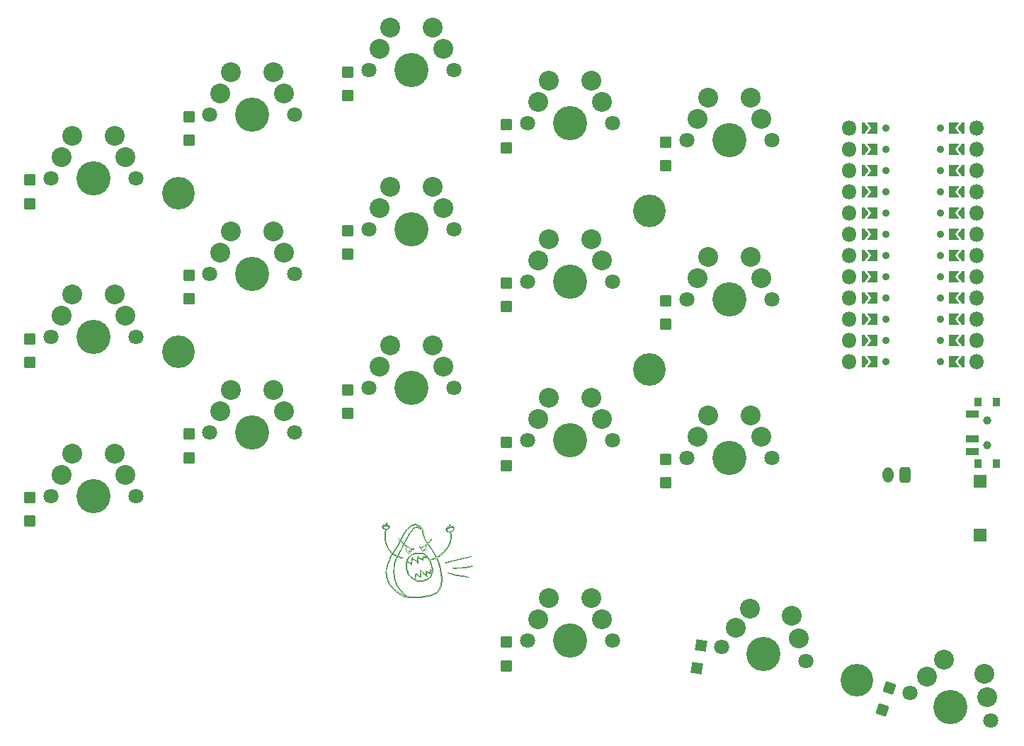
<source format=gbr>
%TF.GenerationSoftware,KiCad,Pcbnew,8.0.3*%
%TF.CreationDate,2024-07-17T09:05:20+02:00*%
%TF.ProjectId,avocado,61766f63-6164-46f2-9e6b-696361645f70,rev?*%
%TF.SameCoordinates,Original*%
%TF.FileFunction,Soldermask,Bot*%
%TF.FilePolarity,Negative*%
%FSLAX46Y46*%
G04 Gerber Fmt 4.6, Leading zero omitted, Abs format (unit mm)*
G04 Created by KiCad (PCBNEW 8.0.3) date 2024-07-17 09:05:20*
%MOMM*%
%LPD*%
G01*
G04 APERTURE LIST*
G04 Aperture macros list*
%AMRoundRect*
0 Rectangle with rounded corners*
0 $1 Rounding radius*
0 $2 $3 $4 $5 $6 $7 $8 $9 X,Y pos of 4 corners*
0 Add a 4 corners polygon primitive as box body*
4,1,4,$2,$3,$4,$5,$6,$7,$8,$9,$2,$3,0*
0 Add four circle primitives for the rounded corners*
1,1,$1+$1,$2,$3*
1,1,$1+$1,$4,$5*
1,1,$1+$1,$6,$7*
1,1,$1+$1,$8,$9*
0 Add four rect primitives between the rounded corners*
20,1,$1+$1,$2,$3,$4,$5,0*
20,1,$1+$1,$4,$5,$6,$7,0*
20,1,$1+$1,$6,$7,$8,$9,0*
20,1,$1+$1,$8,$9,$2,$3,0*%
%AMFreePoly0*
4,1,16,-0.214645,0.660355,-0.210957,0.656235,0.289043,0.031235,0.299694,-0.005522,0.289043,-0.031235,-0.210957,-0.656235,-0.244478,-0.674694,-0.250000,-0.675000,-0.500000,-0.675000,-0.535355,-0.660355,-0.550000,-0.625000,-0.550000,0.625000,-0.535355,0.660355,-0.500000,0.675000,-0.250000,0.675000,-0.214645,0.660355,-0.214645,0.660355,$1*%
%AMFreePoly1*
4,1,16,0.535355,0.660355,0.550000,0.625000,0.550000,-0.625000,0.535355,-0.660355,0.500000,-0.675000,-0.650000,-0.675000,-0.685355,-0.660355,-0.700000,-0.625000,-0.689043,-0.593765,-0.214031,0.000000,-0.689043,0.593765,-0.699694,0.630522,-0.681235,0.664043,-0.650000,0.675000,0.500000,0.675000,0.535355,0.660355,0.535355,0.660355,$1*%
G04 Aperture macros list end*
%ADD10C,0.100000*%
%ADD11RoundRect,0.050000X0.600000X-0.600000X0.600000X0.600000X-0.600000X0.600000X-0.600000X-0.600000X0*%
%ADD12RoundRect,0.050000X0.492743X-0.690800X0.690800X0.492743X-0.492743X0.690800X-0.690800X-0.492743X0*%
%ADD13RoundRect,0.050000X0.371970X-0.762652X0.762652X0.371970X-0.371970X0.762652X-0.762652X-0.371970X0*%
%ADD14C,4.087800*%
%ADD15C,1.801800*%
%ADD16C,2.386000*%
%ADD17O,1.800000X1.800000*%
%ADD18C,0.900000*%
%ADD19FreePoly0,0.000000*%
%ADD20FreePoly1,0.000000*%
%ADD21FreePoly0,180.000000*%
%ADD22FreePoly1,180.000000*%
%ADD23RoundRect,0.270833X0.379167X0.654167X-0.379167X0.654167X-0.379167X-0.654167X0.379167X-0.654167X0*%
%ADD24O,1.300000X1.850000*%
%ADD25C,1.000000*%
%ADD26RoundRect,0.050000X0.750000X-0.350000X0.750000X0.350000X-0.750000X0.350000X-0.750000X-0.350000X0*%
%ADD27RoundRect,0.050000X0.400000X-0.500000X0.400000X0.500000X-0.400000X0.500000X-0.400000X-0.500000X0*%
%ADD28RoundRect,0.050000X0.700000X-0.750000X0.700000X0.750000X-0.700000X0.750000X-0.700000X-0.750000X0*%
%ADD29C,3.900000*%
G04 APERTURE END LIST*
D10*
X62160000Y-79707228D02*
X62160000Y-79807251D01*
X62150959Y-79906165D01*
X62242330Y-79884133D01*
X62335674Y-79907256D01*
X62342135Y-79999644D01*
X62441419Y-79990491D01*
X62520532Y-80044099D01*
X62490292Y-80129707D01*
X62437312Y-80214301D01*
X62382120Y-80297457D01*
X62300050Y-80354127D01*
X62209237Y-80395720D01*
X62111384Y-80414528D01*
X62057737Y-80488600D01*
X62034836Y-80586002D01*
X62011158Y-80683173D01*
X61992264Y-80781362D01*
X61979216Y-80880452D01*
X61971164Y-80980115D01*
X61966674Y-81079966D01*
X61966156Y-81180040D01*
X61967465Y-81279977D01*
X61970167Y-81379891D01*
X61974354Y-81479799D01*
X61980744Y-81579592D01*
X61992256Y-81678970D01*
X62006796Y-81777888D01*
X62025876Y-81875933D01*
X62049496Y-81973091D01*
X62077590Y-82069061D01*
X62110117Y-82163687D01*
X62148054Y-82256108D01*
X62192818Y-82345635D01*
X62237531Y-82435061D01*
X62282210Y-82524420D01*
X62326960Y-82613919D01*
X62371669Y-82703338D01*
X62422713Y-82789223D01*
X62479516Y-82871492D01*
X62541422Y-82950205D01*
X62608026Y-83024647D01*
X62679008Y-83095045D01*
X62753279Y-83161951D01*
X62827638Y-83228874D01*
X62888449Y-83172172D01*
X62948291Y-83092057D01*
X63007212Y-83011253D01*
X63065138Y-82929738D01*
X63122061Y-82847520D01*
X63177976Y-82764609D01*
X63232876Y-82681014D01*
X63288908Y-82598268D01*
X63345300Y-82515560D01*
X63400830Y-82432549D01*
X63450651Y-82345775D01*
X63498168Y-82257686D01*
X63544209Y-82169049D01*
X63589096Y-82079751D01*
X63632740Y-81989741D01*
X63674619Y-81898975D01*
X63714554Y-81807253D01*
X63715321Y-81721795D01*
X63648182Y-81647959D01*
X63580668Y-81574207D01*
X63541818Y-81486991D01*
X63616857Y-81535358D01*
X63680109Y-81612770D01*
X63754117Y-81679704D01*
X63806751Y-81606497D01*
X63851442Y-81517116D01*
X63896238Y-81427524D01*
X63940950Y-81338099D01*
X63988663Y-81250407D01*
X64037233Y-81162980D01*
X64085155Y-81075040D01*
X64133512Y-80987709D01*
X64183195Y-80900868D01*
X64234415Y-80814953D01*
X64287549Y-80730294D01*
X64343133Y-80647109D01*
X64401544Y-80565815D01*
X64462764Y-80486959D01*
X64526933Y-80410144D01*
X64594017Y-80336072D01*
X64666154Y-80266854D01*
X64740036Y-80199519D01*
X64815578Y-80133883D01*
X64892714Y-80070139D01*
X64971579Y-80008948D01*
X65055931Y-79954988D01*
X65143083Y-79905926D01*
X65232771Y-79861957D01*
X65325970Y-79826679D01*
X65424458Y-79811013D01*
X65524494Y-79810003D01*
X65624497Y-79812484D01*
X65723709Y-79823637D01*
X65816770Y-79858944D01*
X65904995Y-79905997D01*
X65992683Y-79953868D01*
X66078198Y-80005844D01*
X66161531Y-80060968D01*
X66242464Y-80119721D01*
X66316407Y-80186897D01*
X66369376Y-80271358D01*
X66411107Y-80362238D01*
X66442354Y-80457044D01*
X66465390Y-80554425D01*
X66486751Y-80652049D01*
X66506692Y-80750050D01*
X66524996Y-80848411D01*
X66541340Y-80947011D01*
X66562099Y-81044788D01*
X66586587Y-81141808D01*
X66614711Y-81237713D01*
X66646476Y-81332525D01*
X66681853Y-81426140D01*
X66720708Y-81518210D01*
X66763043Y-81608760D01*
X66808817Y-81697688D01*
X66857921Y-81784780D01*
X66910300Y-81869944D01*
X66967214Y-81952132D01*
X67026273Y-82032547D01*
X67088955Y-82011045D01*
X67157311Y-81938025D01*
X67223702Y-81863335D01*
X67289770Y-81788275D01*
X67353857Y-81711372D01*
X67417896Y-81634524D01*
X67489517Y-81589084D01*
X67451008Y-81680033D01*
X67391817Y-81760638D01*
X67330888Y-81839846D01*
X67268862Y-81918324D01*
X67205867Y-81995856D01*
X67139527Y-82070473D01*
X67108829Y-82143325D01*
X67169275Y-82223041D01*
X67225915Y-82305474D01*
X67278656Y-82390489D01*
X67332956Y-82474434D01*
X67388374Y-82557562D01*
X67443804Y-82640922D01*
X67499803Y-82723627D01*
X67557476Y-82805394D01*
X67616705Y-82886045D01*
X67672628Y-82968671D01*
X67725033Y-83053704D01*
X67780181Y-83137157D01*
X67833193Y-83221748D01*
X67881812Y-83309261D01*
X67928756Y-83397513D01*
X67973521Y-83487042D01*
X68022492Y-83574153D01*
X68073885Y-83659808D01*
X68135586Y-83704648D01*
X68220310Y-83651621D01*
X68303817Y-83596589D01*
X68386088Y-83539632D01*
X68464387Y-83477686D01*
X68542112Y-83414534D01*
X68624312Y-83358068D01*
X68703161Y-83296606D01*
X68774779Y-83226792D01*
X68841155Y-83152149D01*
X68909098Y-83078670D01*
X68978211Y-83006416D01*
X69047301Y-82934185D01*
X69117062Y-82862613D01*
X69186186Y-82790260D01*
X69252175Y-82715153D01*
X69313424Y-82636029D01*
X69369969Y-82553600D01*
X69423994Y-82469501D01*
X69474786Y-82383298D01*
X69521721Y-82295056D01*
X69564898Y-82204944D01*
X69604313Y-82112956D01*
X69639802Y-82019462D01*
X69671323Y-81924587D01*
X69698835Y-81828459D01*
X69722269Y-81731336D01*
X69741623Y-81633217D01*
X69756857Y-81534226D01*
X69767893Y-81434899D01*
X69772041Y-81335145D01*
X69771665Y-81235047D01*
X69767738Y-81135056D01*
X69760277Y-81035397D01*
X69749286Y-80936033D01*
X69734535Y-80837209D01*
X69718854Y-80738470D01*
X69621109Y-80739611D01*
X69521342Y-80733326D01*
X69422518Y-80717678D01*
X69335273Y-80672219D01*
X69278586Y-80592550D01*
X69269767Y-80493880D01*
X69215227Y-80424089D01*
X69220635Y-80324855D01*
X69296212Y-80269907D01*
X69346450Y-80195949D01*
X69397316Y-80111753D01*
X69472912Y-80148727D01*
X69529650Y-80210117D01*
X69565634Y-80121730D01*
X69576566Y-80022302D01*
X69594371Y-79923986D01*
X69639325Y-79836372D01*
X69733786Y-79830578D01*
X69787576Y-79912117D01*
X69808517Y-80009889D01*
X69833542Y-80076458D01*
X69913893Y-80020950D01*
X69995263Y-80060751D01*
X70052097Y-80103951D01*
X70147987Y-80082078D01*
X70198478Y-80156346D01*
X70166172Y-80250202D01*
X70158397Y-80349617D01*
X70141954Y-80448275D01*
X70085217Y-80528352D01*
X70007266Y-80590839D01*
X69921993Y-80643280D01*
X69833209Y-80689162D01*
X69792457Y-80770502D01*
X69811662Y-80868511D01*
X69827766Y-80967254D01*
X69840868Y-81066309D01*
X69851678Y-81165761D01*
X69859114Y-81265492D01*
X69856605Y-81365379D01*
X69845913Y-81464915D01*
X69832339Y-81563925D01*
X69816766Y-81662627D01*
X69799088Y-81761188D01*
X69777208Y-81858608D01*
X69746235Y-81953605D01*
X69714573Y-82048609D01*
X69681228Y-82142905D01*
X69643800Y-82235502D01*
X69600009Y-82325436D01*
X69552057Y-82413120D01*
X69502369Y-82499999D01*
X69450386Y-82585462D01*
X69395960Y-82669189D01*
X69337911Y-82750787D01*
X69275587Y-82828952D01*
X69208483Y-82902996D01*
X69137018Y-82972965D01*
X69065174Y-83042327D01*
X69000800Y-83118679D01*
X68935903Y-83194710D01*
X68869394Y-83269484D01*
X68799825Y-83341221D01*
X68724449Y-83406728D01*
X68643164Y-83464937D01*
X68561977Y-83523572D01*
X68480989Y-83582064D01*
X68399590Y-83640293D01*
X68317818Y-83697604D01*
X68232788Y-83750241D01*
X68148779Y-83804453D01*
X68183951Y-83886909D01*
X68230463Y-83975313D01*
X68261734Y-84070140D01*
X68293032Y-84164701D01*
X68331847Y-84256886D01*
X68371552Y-84348516D01*
X68408060Y-84441690D01*
X68429683Y-84539062D01*
X68453598Y-84635810D01*
X68480091Y-84732150D01*
X68506623Y-84828630D01*
X68533161Y-84925129D01*
X68555294Y-85022644D01*
X68575870Y-85120382D01*
X68590571Y-85219283D01*
X68608443Y-85317386D01*
X68635117Y-85413839D01*
X68657361Y-85511325D01*
X68675147Y-85609688D01*
X68688448Y-85708778D01*
X68697239Y-85808442D01*
X68707921Y-85907528D01*
X68724392Y-86006355D01*
X68747145Y-86103495D01*
X68759211Y-86202617D01*
X68759974Y-86302635D01*
X68758082Y-86402488D01*
X68753479Y-86502507D01*
X68746111Y-86602159D01*
X68734770Y-86701473D01*
X68715783Y-86799519D01*
X68701637Y-86898543D01*
X68693252Y-86998114D01*
X68677149Y-87096730D01*
X68650372Y-87193196D01*
X68614241Y-87286287D01*
X68571391Y-87376662D01*
X68524374Y-87464897D01*
X68474823Y-87551757D01*
X68426739Y-87639340D01*
X68375061Y-87724989D01*
X68316188Y-87805676D01*
X68250587Y-87881177D01*
X68182926Y-87954990D01*
X68112607Y-88025457D01*
X68025791Y-88075330D01*
X67937650Y-88122421D01*
X67849215Y-88169239D01*
X67763554Y-88220504D01*
X67673224Y-88262854D01*
X67577910Y-88293358D01*
X67481658Y-88320095D01*
X67386508Y-88350433D01*
X67292785Y-88384729D01*
X67193944Y-88398797D01*
X67094702Y-88411373D01*
X66996264Y-88428434D01*
X66899160Y-88452710D01*
X66800564Y-88466919D01*
X66703728Y-88491176D01*
X66605287Y-88509634D01*
X66507400Y-88529190D01*
X66408849Y-88546842D01*
X66309738Y-88559618D01*
X66210125Y-88567525D01*
X66110066Y-88570546D01*
X66010398Y-88574625D01*
X65910920Y-88585053D01*
X65811314Y-88593796D01*
X65711601Y-88600854D01*
X65611653Y-88606234D01*
X65511790Y-88609918D01*
X65411884Y-88611916D01*
X65311807Y-88612226D01*
X65211730Y-88610845D01*
X65111823Y-88607777D01*
X65011960Y-88603021D01*
X64912160Y-88596577D01*
X64812581Y-88587406D01*
X64713868Y-88571990D01*
X64615364Y-88554594D01*
X64517500Y-88534029D01*
X64420564Y-88509406D01*
X64324708Y-88480748D01*
X64229957Y-88448893D01*
X64136041Y-88414735D01*
X64045143Y-88373280D01*
X63956200Y-88327223D01*
X63868670Y-88279121D01*
X63781871Y-88229428D01*
X63695868Y-88178488D01*
X63610522Y-88126278D01*
X63526023Y-88072780D01*
X63442506Y-88017677D01*
X63360645Y-87960469D01*
X63283126Y-87897214D01*
X63207482Y-87831870D01*
X63132915Y-87765290D01*
X63059065Y-87697610D01*
X62986237Y-87629230D01*
X62914210Y-87559834D01*
X62843318Y-87489365D01*
X62773924Y-87417247D01*
X62707675Y-87342421D01*
X62648153Y-87262308D01*
X62587787Y-87182456D01*
X62529910Y-87100834D01*
X62474646Y-87017634D01*
X62421858Y-86932653D01*
X62371751Y-86846216D01*
X62324203Y-86758109D01*
X62282234Y-86667387D01*
X62240703Y-86576538D01*
X62199089Y-86485508D01*
X62158562Y-86394247D01*
X62134287Y-86297146D01*
X62110022Y-86200087D01*
X62090408Y-86102042D01*
X62075276Y-86003433D01*
X62063246Y-85904173D01*
X62048555Y-85805103D01*
X62031291Y-85706787D01*
X62030000Y-85606782D01*
X62030000Y-85506826D01*
X62035411Y-85406991D01*
X62045334Y-85307645D01*
X62059563Y-85208670D01*
X62081316Y-85110953D01*
X62109084Y-85014945D01*
X62138213Y-84919291D01*
X62166944Y-84823520D01*
X62195690Y-84727702D01*
X62221197Y-84631166D01*
X62246493Y-84534301D01*
X62278086Y-84439583D01*
X62317282Y-84347501D01*
X62360132Y-84257203D01*
X62400779Y-84165748D01*
X62436420Y-84072833D01*
X62461523Y-83976059D01*
X62490153Y-83880077D01*
X62525141Y-83786510D01*
X62571895Y-83698275D01*
X62619303Y-83610285D01*
X62668607Y-83523080D01*
X62719559Y-83437099D01*
X62772257Y-83352161D01*
X62765000Y-83275000D01*
X62691609Y-83207131D01*
X62617458Y-83139995D01*
X62546513Y-83069706D01*
X62479333Y-82995454D01*
X62416923Y-82917374D01*
X62359348Y-82835619D01*
X62309589Y-82749178D01*
X62264860Y-82659720D01*
X62220136Y-82570273D01*
X62175390Y-82480780D01*
X62130661Y-82391322D01*
X62089668Y-82300292D01*
X62056775Y-82205912D01*
X62023786Y-82111566D01*
X61990634Y-82017058D01*
X61958497Y-81922484D01*
X61939191Y-81824338D01*
X61925047Y-81725328D01*
X61915531Y-81625970D01*
X61909771Y-81526029D01*
X61905492Y-81426237D01*
X61902678Y-81326193D01*
X61901339Y-81226330D01*
X61901472Y-81126249D01*
X61903080Y-81026172D01*
X61906155Y-80926325D01*
X61911470Y-80826469D01*
X61926653Y-80727587D01*
X61946419Y-80629524D01*
X61970294Y-80532572D01*
X61996555Y-80436112D01*
X61921737Y-80401832D01*
X61826041Y-80373292D01*
X61732186Y-80338787D01*
X61646224Y-80289443D01*
X61624693Y-80194079D01*
X61584541Y-80103420D01*
X61607420Y-80010918D01*
X61701197Y-79996960D01*
X61680319Y-80039936D01*
X61638610Y-80104438D01*
X61708709Y-80067807D01*
X61743524Y-79982226D01*
X61770849Y-79889151D01*
X61854549Y-79850000D01*
X61908879Y-79922268D01*
X61967123Y-79940719D01*
X61986768Y-79847889D01*
X62038898Y-79847889D01*
X62049830Y-79936546D01*
X62106119Y-79891045D01*
X62115935Y-79715199D01*
X62075765Y-79755017D01*
X62038898Y-79847889D01*
X61986768Y-79847889D01*
X61987489Y-79844482D01*
X62022984Y-79751183D01*
X62079941Y-79670044D01*
X62116368Y-79707442D01*
X62120080Y-79640956D01*
X62160000Y-79707228D01*
X69739813Y-79936631D02*
X69757972Y-80034757D01*
X69755407Y-80131312D01*
X69658382Y-80153952D01*
X69610877Y-80109521D01*
X69625232Y-80010532D01*
X69648458Y-79913369D01*
X69739813Y-79936631D01*
X65572601Y-79895461D02*
X65842123Y-79964262D01*
X65932618Y-80006622D01*
X66017141Y-80059749D01*
X66097628Y-80119184D01*
X66176002Y-80181040D01*
X66244946Y-80253385D01*
X66249462Y-80298862D01*
X66163497Y-80247712D01*
X66074602Y-80202314D01*
X65979373Y-80171936D01*
X65880979Y-80154265D01*
X65781333Y-80150000D01*
X65681282Y-80150000D01*
X65582319Y-80159023D01*
X65487374Y-80189944D01*
X65398362Y-80235398D01*
X65317255Y-80293859D01*
X65242257Y-80359820D01*
X65170527Y-80429473D01*
X65103272Y-80503604D01*
X65039143Y-80580392D01*
X64980168Y-80661047D01*
X64924063Y-80743909D01*
X64870879Y-80828594D01*
X64817658Y-80913143D01*
X64761943Y-80996066D01*
X64712543Y-81083070D01*
X64667586Y-81172453D01*
X64620967Y-81260864D01*
X64573331Y-81348684D01*
X64518709Y-81432334D01*
X64462964Y-81514635D01*
X64418841Y-81604283D01*
X64377408Y-81695184D01*
X64332686Y-81784627D01*
X64287294Y-81873707D01*
X64231050Y-81956319D01*
X64180059Y-82042391D01*
X64119497Y-82039497D01*
X64048742Y-81968742D01*
X63978046Y-81898046D01*
X63907241Y-81827241D01*
X63836610Y-81756610D01*
X63854217Y-81671565D01*
X63898989Y-81582023D01*
X63940708Y-81491310D01*
X63984573Y-81401335D01*
X64030477Y-81312557D01*
X64078462Y-81224884D01*
X64128580Y-81138232D01*
X64180603Y-81052840D01*
X64233511Y-80968023D01*
X64287018Y-80883585D01*
X64341122Y-80799529D01*
X64395903Y-80715736D01*
X64451196Y-80632456D01*
X64507671Y-80549957D01*
X64572409Y-80473789D01*
X64641049Y-80401141D01*
X64712030Y-80330492D01*
X64784502Y-80261568D01*
X64858202Y-80194172D01*
X64933277Y-80128109D01*
X65010424Y-80064487D01*
X65095172Y-80011637D01*
X65183402Y-79964594D01*
X65276329Y-79928594D01*
X65373734Y-79906237D01*
X65472726Y-79893195D01*
X65572601Y-79895461D01*
X62138208Y-80015754D02*
X62285389Y-80045480D01*
X62284552Y-80062988D01*
X62364254Y-80122434D01*
X62368866Y-80214551D01*
X62294168Y-80279941D01*
X62206675Y-80328622D01*
X62110355Y-80349756D01*
X62010364Y-80347894D01*
X61912032Y-80330642D01*
X61817164Y-80298817D01*
X61726074Y-80257810D01*
X61703223Y-80177377D01*
X61763207Y-80097840D01*
X61842537Y-80037704D01*
X61939054Y-80012944D01*
X62038717Y-80006299D01*
X62138208Y-80015754D01*
X62467617Y-80082285D02*
X62386484Y-80068127D01*
X62323314Y-80053140D01*
X62467617Y-80082285D01*
X62323314Y-80053140D02*
X62285389Y-80045480D01*
X62285452Y-80044157D01*
X62323314Y-80053140D01*
X62252037Y-79987716D02*
X62207119Y-79946525D01*
X62289912Y-79950964D01*
X62287834Y-79994387D01*
X62303341Y-79997278D01*
X62287524Y-80000855D01*
X62285452Y-80044157D01*
X61870469Y-79945703D01*
X61802749Y-79988625D01*
X61819628Y-79907127D01*
X62252037Y-79987716D01*
X70103439Y-80181706D02*
X69914941Y-80140000D01*
X69872787Y-80113832D01*
X69950586Y-80085878D01*
X70103439Y-80181706D01*
X65773036Y-80208448D02*
X66030207Y-80273330D01*
X66117861Y-80321370D01*
X66195586Y-80383997D01*
X66265135Y-80455821D01*
X66320863Y-80538397D01*
X66354325Y-80632512D01*
X66380188Y-80729100D01*
X66403591Y-80826324D01*
X66426034Y-80923812D01*
X66448037Y-81021258D01*
X66470990Y-81118593D01*
X66499634Y-81214312D01*
X66532847Y-81308733D01*
X66570006Y-81401460D01*
X66611389Y-81492527D01*
X66656138Y-81582033D01*
X66702961Y-81670461D01*
X66751825Y-81757553D01*
X66802875Y-81843569D01*
X66856004Y-81928321D01*
X66911192Y-82011771D01*
X66968314Y-82093742D01*
X66921816Y-82164790D01*
X66846774Y-82231004D01*
X66769440Y-82294441D01*
X66689892Y-82355041D01*
X66608209Y-82412746D01*
X66524613Y-82467406D01*
X66438895Y-82519152D01*
X66345942Y-82554520D01*
X66246194Y-82559983D01*
X66150899Y-82536421D01*
X66089997Y-82466808D01*
X66026001Y-82471021D01*
X66066969Y-82557323D01*
X66152182Y-82608740D01*
X66248595Y-82634649D01*
X66270000Y-82717860D01*
X66278872Y-82817595D01*
X66316037Y-82909332D01*
X66380418Y-82985142D01*
X66477239Y-83004999D01*
X66575096Y-82987948D01*
X66657231Y-82931265D01*
X66733171Y-82866219D01*
X66786830Y-82783113D01*
X66814754Y-82687255D01*
X66829280Y-82588230D01*
X66838304Y-82488660D01*
X66799766Y-82399531D01*
X66852567Y-82333190D01*
X66930229Y-82270231D01*
X67005080Y-82203932D01*
X67078185Y-82243089D01*
X67140134Y-82321607D01*
X67197055Y-82403792D01*
X67250043Y-82488732D01*
X67304472Y-82572476D01*
X67361538Y-82654697D01*
X67420948Y-82734973D01*
X67482571Y-82813857D01*
X67538034Y-82897051D01*
X67594524Y-82979528D01*
X67650054Y-83062668D01*
X67703478Y-83147117D01*
X67754833Y-83232938D01*
X67804034Y-83319989D01*
X67851059Y-83408232D01*
X67895884Y-83497624D01*
X67938490Y-83588125D01*
X67978852Y-83679695D01*
X68016862Y-83772073D01*
X67936460Y-83817231D01*
X67847423Y-83862828D01*
X67755912Y-83903041D01*
X67660592Y-83932822D01*
X67564640Y-83961191D01*
X67467386Y-83983605D01*
X67446848Y-84044679D01*
X67545851Y-84042536D01*
X67644027Y-84022996D01*
X67740181Y-83995572D01*
X67833632Y-83960496D01*
X67924343Y-83918139D01*
X68016279Y-83878738D01*
X68094784Y-83899006D01*
X68144790Y-83985392D01*
X68181426Y-84078358D01*
X68211718Y-84173690D01*
X68244561Y-84268114D01*
X68277429Y-84362608D01*
X68318708Y-84453642D01*
X68341247Y-84550419D01*
X68360575Y-84648462D01*
X68387837Y-84744600D01*
X68417518Y-84840148D01*
X68447669Y-84935470D01*
X68472799Y-85032213D01*
X68488856Y-85130942D01*
X68504165Y-85229714D01*
X68519776Y-85328580D01*
X68545858Y-85424989D01*
X68567910Y-85522574D01*
X68585655Y-85621002D01*
X68599054Y-85720001D01*
X68608108Y-85819556D01*
X68620324Y-85918829D01*
X68635147Y-86017644D01*
X68653169Y-86116010D01*
X68667197Y-86215039D01*
X68670150Y-86314946D01*
X68669143Y-86414940D01*
X68664645Y-86514777D01*
X68656649Y-86614518D01*
X68645170Y-86713920D01*
X68630240Y-86812740D01*
X68611854Y-86911038D01*
X68602882Y-87010411D01*
X68581140Y-87107881D01*
X68548460Y-87202528D01*
X68507966Y-87293843D01*
X68464196Y-87383793D01*
X68416920Y-87471811D01*
X68365669Y-87557675D01*
X68310606Y-87641104D01*
X68251713Y-87722107D01*
X68189388Y-87800146D01*
X68123521Y-87875377D01*
X68055006Y-87948065D01*
X67968145Y-87997045D01*
X67878837Y-88042191D01*
X67790410Y-88088731D01*
X67704919Y-88140260D01*
X67613468Y-88178710D01*
X67516467Y-88201976D01*
X67422424Y-88235563D01*
X67328770Y-88270779D01*
X67231550Y-88293224D01*
X67132487Y-88307034D01*
X67034301Y-88325444D01*
X66935855Y-88343902D01*
X66837628Y-88362062D01*
X66738949Y-88378508D01*
X66640679Y-88396516D01*
X66543032Y-88418215D01*
X66444975Y-88437504D01*
X66345948Y-88451503D01*
X66246280Y-88457733D01*
X66146445Y-88463972D01*
X66046625Y-88470001D01*
X65946508Y-88470906D01*
X65846693Y-88474009D01*
X65746883Y-88480811D01*
X65648450Y-88497734D01*
X65549078Y-88507914D01*
X65449091Y-88509758D01*
X65349083Y-88509996D01*
X65249229Y-88508758D01*
X65149208Y-88506603D01*
X65049196Y-88503936D01*
X64949226Y-88499812D01*
X64849646Y-88491812D01*
X64751261Y-88473844D01*
X64657692Y-88439016D01*
X64568569Y-88393784D01*
X64482823Y-88342393D01*
X64404094Y-88280882D01*
X64331824Y-88211824D01*
X64261070Y-88141070D01*
X64190424Y-88070424D01*
X64119660Y-87999660D01*
X64047982Y-87929969D01*
X63977175Y-87859294D01*
X63908879Y-87786379D01*
X63843617Y-87710469D01*
X63783510Y-87630680D01*
X63719606Y-87554007D01*
X63652286Y-87480035D01*
X63590777Y-87401374D01*
X63534547Y-87318613D01*
X63482114Y-87233431D01*
X63432938Y-87146380D01*
X63386897Y-87057614D01*
X63344816Y-86966999D01*
X63307506Y-86874180D01*
X63269747Y-86781544D01*
X63231578Y-86689188D01*
X63192961Y-86597017D01*
X63169524Y-86499935D01*
X63144692Y-86402912D01*
X63109824Y-86309386D01*
X63084736Y-86212508D01*
X63071261Y-86113443D01*
X63063257Y-86013811D01*
X63054936Y-85914155D01*
X63045242Y-85814683D01*
X63031680Y-85715581D01*
X63010168Y-85617978D01*
X63004137Y-85518526D01*
X63010042Y-85418677D01*
X63014085Y-85318749D01*
X63019834Y-85218919D01*
X63027288Y-85119210D01*
X63036460Y-85019496D01*
X63047321Y-84920092D01*
X63059882Y-84820875D01*
X63068583Y-84721291D01*
X63077240Y-84621739D01*
X63096019Y-84523813D01*
X63121270Y-84427012D01*
X63148963Y-84330915D01*
X63179642Y-84235741D01*
X63213970Y-84141742D01*
X63252565Y-84049605D01*
X63296290Y-83959631D01*
X63345728Y-83872750D01*
X63398051Y-83787508D01*
X63440819Y-83697542D01*
X63517192Y-83692397D01*
X63608055Y-83732793D01*
X63699123Y-83773790D01*
X63794263Y-83804754D01*
X63889155Y-83836385D01*
X63984054Y-83867784D01*
X64076613Y-83863378D01*
X64017109Y-83811672D01*
X63920954Y-83784112D01*
X63826131Y-83752090D01*
X63733077Y-83715763D01*
X63641663Y-83675083D01*
X63552313Y-83630233D01*
X63489581Y-83575629D01*
X63538016Y-83488648D01*
X63578614Y-83397288D01*
X63620179Y-83306228D01*
X63662538Y-83215839D01*
X63705917Y-83125643D01*
X63750198Y-83035890D01*
X63795318Y-82946705D01*
X63841332Y-82857976D01*
X63888299Y-82769591D01*
X63936092Y-82681792D01*
X63984768Y-82594469D01*
X64029943Y-82505349D01*
X64072492Y-82414880D01*
X64117112Y-82325434D01*
X64164503Y-82237355D01*
X64232554Y-82234043D01*
X64310239Y-82297084D01*
X64387798Y-82360041D01*
X64467329Y-82420686D01*
X64500965Y-82488553D01*
X64471296Y-82583503D01*
X64455222Y-82682149D01*
X64450544Y-82781981D01*
X64463741Y-82880934D01*
X64490117Y-82977309D01*
X64528570Y-83069748D01*
X64583065Y-83153116D01*
X64664767Y-83209614D01*
X64762763Y-83221908D01*
X64861664Y-83209061D01*
X64947825Y-83159870D01*
X65013316Y-83084952D01*
X65045452Y-82991030D01*
X65050000Y-82891207D01*
X65068655Y-82813109D01*
X65167170Y-82830221D01*
X65266810Y-82833695D01*
X65359040Y-82800593D01*
X65399883Y-82710410D01*
X65368656Y-82654737D01*
X65325121Y-82744240D01*
X65231317Y-82764285D01*
X65131645Y-82756202D01*
X65034914Y-82731453D01*
X64943649Y-82690698D01*
X64860334Y-82635698D01*
X64779379Y-82576821D01*
X64698377Y-82518480D01*
X64619727Y-82456504D01*
X64541577Y-82394209D01*
X64462883Y-82332530D01*
X64384234Y-82270886D01*
X64305544Y-82209210D01*
X64227572Y-82146612D01*
X64262754Y-82054837D01*
X64309869Y-81966495D01*
X64360868Y-81880846D01*
X64413110Y-81795630D01*
X64452830Y-81704341D01*
X64497608Y-81614784D01*
X64542327Y-81525347D01*
X64594590Y-81440586D01*
X64645580Y-81354946D01*
X64690508Y-81265820D01*
X64738526Y-81178236D01*
X64788519Y-81091417D01*
X64841221Y-81006467D01*
X64896689Y-80923274D01*
X64951894Y-80839880D01*
X65005566Y-80755538D01*
X65059196Y-80671263D01*
X65112904Y-80586865D01*
X65175313Y-80509106D01*
X65245256Y-80437643D01*
X65319429Y-80370484D01*
X65398131Y-80308795D01*
X65482068Y-80254839D01*
X65574261Y-80216944D01*
X65673205Y-80203998D01*
X65773036Y-80208448D01*
X70027306Y-80205781D02*
X70102360Y-80265472D01*
X70109737Y-80364870D01*
X70078864Y-80457845D01*
X70005577Y-80525643D01*
X69919953Y-80577301D01*
X69833818Y-80628198D01*
X69762627Y-80627882D01*
X69702399Y-80674825D01*
X69604152Y-80687886D01*
X69504896Y-80677165D01*
X69407155Y-80657033D01*
X69332975Y-80594141D01*
X69325477Y-80498081D01*
X69376868Y-80412378D01*
X69439853Y-80335045D01*
X69467103Y-80314906D01*
X69352424Y-80370122D01*
X69290178Y-80448125D01*
X69263503Y-80377944D01*
X69484072Y-80302365D01*
X69519945Y-80275855D01*
X69609948Y-80232287D01*
X69704429Y-80200639D01*
X69515551Y-80291579D01*
X69733974Y-80216737D01*
X69828836Y-80205832D01*
X69928147Y-80196108D01*
X70027306Y-80205781D01*
X63883459Y-81892079D02*
X63956301Y-81960636D01*
X64029085Y-82029139D01*
X64099821Y-82099821D01*
X64119013Y-82177777D01*
X64071959Y-82266082D01*
X64027288Y-82355423D01*
X63982504Y-82444992D01*
X63942973Y-82536682D01*
X63901669Y-82627805D01*
X63858329Y-82717960D01*
X63812970Y-82807114D01*
X63765609Y-82895232D01*
X63716340Y-82982149D01*
X63673325Y-83072241D01*
X63630163Y-83162520D01*
X63586742Y-83252464D01*
X63543234Y-83342587D01*
X63500549Y-83432993D01*
X63446731Y-83517006D01*
X63368385Y-83555334D01*
X63277312Y-83514078D01*
X63187962Y-83469233D01*
X63100418Y-83420919D01*
X63014903Y-83369414D01*
X62932707Y-83312229D01*
X62932439Y-83239025D01*
X62987315Y-83155555D01*
X63045183Y-83073859D01*
X63102903Y-82992372D01*
X63160330Y-82910376D01*
X63216917Y-82827921D01*
X63273443Y-82745554D01*
X63330044Y-82663079D01*
X63386645Y-82580602D01*
X63443161Y-82498252D01*
X63498454Y-82414938D01*
X63546706Y-82327275D01*
X63593708Y-82238947D01*
X63639375Y-82150120D01*
X63683857Y-82060506D01*
X63727068Y-81970268D01*
X63768931Y-81879574D01*
X63883459Y-81892079D01*
X66681085Y-82812558D02*
X66606241Y-82878277D01*
X66580000Y-82791236D01*
X66681085Y-82812558D01*
X64931775Y-83026707D02*
X64858135Y-83094210D01*
X64786498Y-83089030D01*
X64810430Y-82992828D01*
X64931775Y-83026707D01*
X63034774Y-83456164D02*
X63121718Y-83505806D01*
X63210196Y-83552128D01*
X63300529Y-83595298D01*
X63380964Y-83642801D01*
X63345898Y-83736254D01*
X63292766Y-83820851D01*
X63242617Y-83907289D01*
X63198214Y-83996793D01*
X63161149Y-84089613D01*
X63127418Y-84183762D01*
X63096236Y-84278787D01*
X63067523Y-84374604D01*
X63041669Y-84471126D01*
X63027250Y-84569664D01*
X63020804Y-84669567D01*
X63013153Y-84769219D01*
X63004291Y-84868767D01*
X62994200Y-84968359D01*
X62982914Y-85067667D01*
X62970418Y-85166839D01*
X62958892Y-85266184D01*
X62950437Y-85365815D01*
X62945291Y-85465708D01*
X62944222Y-85565652D01*
X62951183Y-85665398D01*
X62969365Y-85763697D01*
X62984112Y-85862662D01*
X62996308Y-85961755D01*
X63005875Y-86061275D01*
X63013379Y-86161074D01*
X63025530Y-86260269D01*
X63057702Y-86354794D01*
X63085881Y-86450583D01*
X63113350Y-86546724D01*
X63136838Y-86643998D01*
X63169086Y-86738597D01*
X63210143Y-86829503D01*
X63254935Y-86918890D01*
X63299259Y-87008510D01*
X63343113Y-87098360D01*
X63386556Y-87188565D01*
X63429408Y-87278746D01*
X63478955Y-87365672D01*
X63532479Y-87449972D01*
X63592481Y-87529975D01*
X63654645Y-87608306D01*
X63717152Y-87686440D01*
X63780026Y-87764116D01*
X63844704Y-87840461D01*
X63910984Y-87915201D01*
X63979088Y-87988585D01*
X64048651Y-88060220D01*
X64119992Y-88130437D01*
X64192730Y-88198859D01*
X64267200Y-88265801D01*
X64343005Y-88330901D01*
X64420300Y-88394302D01*
X64367627Y-88390955D01*
X64270877Y-88365494D01*
X64178783Y-88327257D01*
X64088747Y-88283690D01*
X63999733Y-88238160D01*
X63911664Y-88190625D01*
X63824792Y-88141224D01*
X63739038Y-88089918D01*
X63654327Y-88036656D01*
X63570905Y-87981592D01*
X63488694Y-87924678D01*
X63407728Y-87865933D01*
X63328234Y-87805293D01*
X63249304Y-87743903D01*
X63170278Y-87682438D01*
X63091453Y-87621130D01*
X63018538Y-87552583D01*
X62947933Y-87481729D01*
X62879644Y-87408791D01*
X62813610Y-87333706D01*
X62749886Y-87256525D01*
X62688716Y-87177551D01*
X62629949Y-87096593D01*
X62573728Y-87013834D01*
X62520178Y-86929469D01*
X62469251Y-86843426D01*
X62420989Y-86755766D01*
X62375576Y-86666833D01*
X62332896Y-86576410D01*
X62295903Y-86483361D01*
X62262377Y-86389176D01*
X62232118Y-86294018D01*
X62205066Y-86197685D01*
X62181334Y-86100546D01*
X62160908Y-86002540D01*
X62143866Y-85904044D01*
X62130191Y-85805001D01*
X62119911Y-85705645D01*
X62113012Y-85605766D01*
X62109532Y-85505896D01*
X62109461Y-85405973D01*
X62113702Y-85305954D01*
X62118693Y-85206147D01*
X62142003Y-85109589D01*
X62171821Y-85013991D01*
X62200819Y-84918296D01*
X62229830Y-84822560D01*
X62258820Y-84726895D01*
X62285051Y-84630492D01*
X62314323Y-84534857D01*
X62349890Y-84441375D01*
X62390741Y-84350233D01*
X62433640Y-84259890D01*
X62467516Y-84165788D01*
X62501352Y-84071800D01*
X62532220Y-83976629D01*
X62562194Y-83881200D01*
X62600469Y-83788900D01*
X62646934Y-83700429D01*
X62697354Y-83614028D01*
X62748189Y-83527967D01*
X62799355Y-83441968D01*
X62856716Y-83360145D01*
X63034774Y-83456164D01*
X65873013Y-83247139D02*
X65973063Y-83248633D01*
X66072850Y-83251376D01*
X66172828Y-83255382D01*
X66272753Y-83260644D01*
X66372496Y-83267154D01*
X66472162Y-83274917D01*
X66568098Y-83297594D01*
X66656799Y-83343816D01*
X66742104Y-83396040D01*
X66823100Y-83454524D01*
X66898787Y-83519949D01*
X66968470Y-83591493D01*
X67029545Y-83670675D01*
X67084691Y-83754039D01*
X67136829Y-83839356D01*
X67189014Y-83924751D01*
X67241107Y-84009993D01*
X67293727Y-84094987D01*
X67347973Y-84178924D01*
X67380472Y-84273145D01*
X67405103Y-84369957D01*
X67434057Y-84465728D01*
X67462980Y-84561396D01*
X67491952Y-84657226D01*
X67520805Y-84752817D01*
X67548322Y-84849126D01*
X67575775Y-84945211D01*
X67603262Y-85041418D01*
X67625837Y-85138511D01*
X67634775Y-85238194D01*
X67634943Y-85338056D01*
X67626354Y-85437687D01*
X67609069Y-85536175D01*
X67583216Y-85632781D01*
X67549046Y-85726630D01*
X67509735Y-85818636D01*
X67473024Y-85911595D01*
X67436138Y-86004382D01*
X67390610Y-86093509D01*
X67336231Y-86177385D01*
X67265062Y-86246675D01*
X67181247Y-86301201D01*
X67094877Y-86351656D01*
X67007352Y-86399947D01*
X66918419Y-86445790D01*
X66829057Y-86490471D01*
X66739968Y-86535731D01*
X66645125Y-86567261D01*
X66547775Y-86590468D01*
X66449774Y-86609961D01*
X66351173Y-86626855D01*
X66252063Y-86640098D01*
X66152553Y-86648268D01*
X66052541Y-86649510D01*
X65952893Y-86641672D01*
X65854739Y-86623072D01*
X65759229Y-86593464D01*
X65665549Y-86558331D01*
X65573054Y-86520756D01*
X65485306Y-86472894D01*
X65402689Y-86416477D01*
X65320679Y-86359303D01*
X65238981Y-86301633D01*
X65157950Y-86243138D01*
X65078411Y-86182314D01*
X64998122Y-86122795D01*
X64915860Y-86066203D01*
X64848240Y-85992911D01*
X64785255Y-85915240D01*
X64727390Y-85833578D01*
X64679639Y-85745836D01*
X64646665Y-85651663D01*
X64609541Y-85558852D01*
X64572392Y-85465980D01*
X64535233Y-85373084D01*
X64494277Y-85282153D01*
X64476078Y-85183853D01*
X64461256Y-85085042D01*
X64447334Y-84986021D01*
X64438532Y-84886420D01*
X64435858Y-84786497D01*
X64437947Y-84686470D01*
X64440000Y-84586522D01*
X64440000Y-84486478D01*
X64440931Y-84386587D01*
X64467231Y-84290151D01*
X64500451Y-84195879D01*
X64534038Y-84101620D01*
X64567073Y-84007337D01*
X64604732Y-83914786D01*
X64660203Y-83831827D01*
X64732962Y-83763503D01*
X64805258Y-83694742D01*
X64875138Y-83623185D01*
X64940594Y-83547731D01*
X65022631Y-83491190D01*
X65111251Y-83445249D01*
X65198013Y-83395791D01*
X65288546Y-83353149D01*
X65380848Y-83314590D01*
X65474679Y-83280203D01*
X65569949Y-83250015D01*
X65672987Y-83247923D01*
X65772945Y-83246903D01*
X65873013Y-83247139D01*
X66016953Y-83300138D02*
X66117035Y-83301996D01*
X66216970Y-83305227D01*
X66416301Y-83321329D01*
X66513615Y-83340594D01*
X66603008Y-83385366D01*
X66690293Y-83434104D01*
X66771612Y-83491699D01*
X66782290Y-83582833D01*
X66767604Y-83681829D01*
X66732508Y-83734727D01*
X66646313Y-83684251D01*
X66562286Y-83630106D01*
X66478352Y-83622984D01*
X66442728Y-83716081D01*
X66422255Y-83813890D01*
X66404887Y-83912308D01*
X66389011Y-84009258D01*
X66305464Y-83954551D01*
X66218644Y-83904940D01*
X66131657Y-83855818D01*
X66043170Y-83809381D01*
X65958834Y-83755778D01*
X65901283Y-83676601D01*
X65856777Y-83604431D01*
X65840000Y-83692313D01*
X65840000Y-83792381D01*
X65840000Y-83892396D01*
X65840000Y-83992277D01*
X65840000Y-84092422D01*
X65840000Y-84192246D01*
X65840000Y-84292385D01*
X65788864Y-84268864D01*
X65717633Y-84198805D01*
X65642097Y-84133172D01*
X65563280Y-84071578D01*
X65480353Y-84015806D01*
X65393211Y-83966696D01*
X65306863Y-83916426D01*
X65224011Y-83860405D01*
X65174935Y-83780437D01*
X65149039Y-83872784D01*
X65129629Y-83970820D01*
X65112886Y-84069506D01*
X65098883Y-84168402D01*
X65087571Y-84267837D01*
X65079003Y-84367368D01*
X65073151Y-84467327D01*
X65070046Y-84567271D01*
X65005704Y-84514020D01*
X64935454Y-84443110D01*
X64852072Y-84387982D01*
X64763706Y-84341136D01*
X64677510Y-84290636D01*
X64596095Y-84232689D01*
X64585768Y-84145011D01*
X64621374Y-84051569D01*
X64659477Y-83958944D01*
X64708225Y-83873597D01*
X64782484Y-83806765D01*
X64856322Y-83739477D01*
X64917930Y-83660961D01*
X64987748Y-83589440D01*
X65070874Y-83534118D01*
X65159816Y-83488441D01*
X65246117Y-83438098D01*
X65336728Y-83395899D01*
X65428050Y-83355311D01*
X65520208Y-83316580D01*
X65616957Y-83300000D01*
X65717029Y-83300000D01*
X65817017Y-83300000D01*
X65916963Y-83299658D01*
X66016953Y-83300138D01*
X66982353Y-83711439D02*
X67035470Y-83796018D01*
X67086604Y-83882016D01*
X67137729Y-83967998D01*
X67188836Y-84053952D01*
X67239960Y-84139933D01*
X67289513Y-84226437D01*
X67318707Y-84322050D01*
X67342792Y-84418997D01*
X67372428Y-84514492D01*
X67402078Y-84610030D01*
X67431839Y-84705523D01*
X67462673Y-84800546D01*
X67491885Y-84896280D01*
X67518683Y-84992592D01*
X67541759Y-85089896D01*
X67557731Y-85188549D01*
X67552733Y-85288140D01*
X67484966Y-85267123D01*
X67408714Y-85207428D01*
X67362625Y-85162998D01*
X67346307Y-85261520D01*
X67326492Y-85359663D01*
X67305579Y-85457383D01*
X67283532Y-85554856D01*
X67230470Y-85577487D01*
X67139583Y-85535806D01*
X67048843Y-85493460D01*
X66958185Y-85451153D01*
X66867706Y-85408853D01*
X66829443Y-85474883D01*
X66830521Y-85574956D01*
X66838498Y-85674489D01*
X66850398Y-85773757D01*
X66859412Y-85873180D01*
X66786588Y-85833709D01*
X66711015Y-85768213D01*
X66639121Y-85698778D01*
X66567293Y-85629242D01*
X66493914Y-85561364D01*
X66419012Y-85495171D01*
X66342513Y-85430603D01*
X66264936Y-85367675D01*
X66187430Y-85304261D01*
X66135660Y-85359386D01*
X66116871Y-85457147D01*
X66117791Y-85556931D01*
X66124524Y-85656744D01*
X66135203Y-85756105D01*
X66147294Y-85855465D01*
X66155922Y-85955055D01*
X66154973Y-86049540D01*
X66067897Y-86001900D01*
X65990531Y-85938585D01*
X65916643Y-85871347D01*
X65839683Y-85807328D01*
X65761162Y-85745576D01*
X65679685Y-85687512D01*
X65593784Y-85686216D01*
X65562680Y-85775877D01*
X65551642Y-85875225D01*
X65540599Y-85974607D01*
X65527700Y-86073864D01*
X65512224Y-86172659D01*
X65494206Y-86271025D01*
X65454448Y-86341675D01*
X65366679Y-86293887D01*
X65285304Y-86236050D01*
X65209443Y-86170766D01*
X65130753Y-86109282D01*
X65045378Y-86057216D01*
X64964121Y-85999238D01*
X64899572Y-85923143D01*
X64841313Y-85841839D01*
X64785600Y-85758994D01*
X64743673Y-85668272D01*
X64714701Y-85572625D01*
X64680133Y-85478921D01*
X64620327Y-85402079D01*
X64597890Y-85304588D01*
X64572151Y-85208065D01*
X64548058Y-85111024D01*
X64536348Y-85011864D01*
X64531473Y-84911922D01*
X64530038Y-84811930D01*
X64528444Y-84711854D01*
X64512920Y-84613844D01*
X64502396Y-84515888D01*
X64509294Y-84416244D01*
X64524971Y-84317429D01*
X64589273Y-84312849D01*
X64676075Y-84362264D01*
X64763549Y-84410861D01*
X64850669Y-84459819D01*
X64930030Y-84520373D01*
X64998305Y-84593474D01*
X65070474Y-84662483D01*
X65119339Y-84597769D01*
X65127267Y-84500872D01*
X65128013Y-84402097D01*
X65143474Y-84303298D01*
X65157532Y-84204296D01*
X65170187Y-84105105D01*
X65181436Y-84005741D01*
X65202325Y-83926162D01*
X65287280Y-83978809D01*
X65371863Y-84032229D01*
X65456753Y-84085174D01*
X65538999Y-84142020D01*
X65617606Y-84203609D01*
X65692583Y-84269967D01*
X65763289Y-84340531D01*
X65829745Y-84415310D01*
X65868916Y-84504599D01*
X65910000Y-84473962D01*
X65910000Y-84373963D01*
X65910000Y-84273918D01*
X65910000Y-84173969D01*
X65910000Y-84073873D01*
X65910000Y-83974003D01*
X65910000Y-83873946D01*
X65939978Y-83829986D01*
X66025672Y-83881403D01*
X66113054Y-83930179D01*
X66200725Y-83978399D01*
X66287868Y-84027321D01*
X66377304Y-84071906D01*
X66469766Y-84109914D01*
X66459358Y-84020148D01*
X66464670Y-83920262D01*
X66478155Y-83821247D01*
X66501483Y-83724066D01*
X66566743Y-83721524D01*
X66653989Y-83770401D01*
X66745229Y-83810953D01*
X66842409Y-83818623D01*
X66824185Y-83748380D01*
X66833117Y-83648966D01*
X66982353Y-83711439D01*
X67533195Y-85375010D02*
X67554585Y-85463116D01*
X67532176Y-85560663D01*
X67502575Y-85656025D01*
X67464203Y-85748363D01*
X67426147Y-85840785D01*
X67387880Y-85933252D01*
X67343319Y-86022672D01*
X67290039Y-86107293D01*
X67219377Y-86176819D01*
X67134332Y-86229420D01*
X67047648Y-86279529D01*
X66959710Y-86326928D01*
X66870247Y-86371767D01*
X66779654Y-86413848D01*
X66687651Y-86453299D01*
X66594642Y-86489944D01*
X66498984Y-86518105D01*
X66400738Y-86536160D01*
X66301767Y-86550369D01*
X66202087Y-86558086D01*
X66102105Y-86559999D01*
X66002131Y-86557939D01*
X65902774Y-86546974D01*
X65808460Y-86514662D01*
X65716178Y-86476471D01*
X65621577Y-86444250D01*
X65540015Y-86390472D01*
X65551469Y-86291184D01*
X65567910Y-86192540D01*
X65584351Y-86093893D01*
X65600356Y-85995099D01*
X65610181Y-85895642D01*
X65626444Y-85796965D01*
X65680827Y-85755944D01*
X65758407Y-85819106D01*
X65833656Y-85884922D01*
X65908272Y-85951489D01*
X65982283Y-86018879D01*
X66064258Y-86075720D01*
X66154077Y-86119590D01*
X66233544Y-86111317D01*
X66221518Y-86012146D01*
X66209380Y-85912864D01*
X66200717Y-85813248D01*
X66192046Y-85713533D01*
X66180569Y-85614346D01*
X66174436Y-85514413D01*
X66174201Y-85414524D01*
X66218625Y-85408790D01*
X66291391Y-85477507D01*
X66366684Y-85543161D01*
X66444683Y-85605905D01*
X66517656Y-85674095D01*
X66590328Y-85742942D01*
X66661690Y-85812922D01*
X66734625Y-85881130D01*
X66812114Y-85944330D01*
X66894017Y-86001790D01*
X66968962Y-86008127D01*
X66926250Y-85918750D01*
X66914891Y-85819520D01*
X66908154Y-85719697D01*
X66899108Y-85620183D01*
X66890057Y-85520631D01*
X66955457Y-85532728D01*
X67044904Y-85577452D01*
X67134329Y-85622164D01*
X67225332Y-85663714D01*
X67316712Y-85703835D01*
X67390431Y-85718938D01*
X67344763Y-85631457D01*
X67349624Y-85532778D01*
X67373715Y-85435853D01*
X67388925Y-85336989D01*
X67451292Y-85318469D01*
X67533195Y-85375010D01*
X72195308Y-83676374D02*
X72098550Y-83701221D01*
X72001573Y-83725914D01*
X71904716Y-83750367D01*
X71807640Y-83774666D01*
X71710515Y-83798766D01*
X71613512Y-83822627D01*
X71516289Y-83846332D01*
X71419019Y-83869840D01*
X71321872Y-83893108D01*
X71224507Y-83916219D01*
X71127265Y-83939093D01*
X71029806Y-83961808D01*
X70932472Y-83984286D01*
X70834920Y-84006605D01*
X70737210Y-84027751D01*
X70639450Y-84049099D01*
X70541782Y-84070848D01*
X70444403Y-84092952D01*
X70346920Y-84115501D01*
X70249532Y-84138449D01*
X70152437Y-84161749D01*
X70055242Y-84185495D01*
X69958146Y-84209640D01*
X69861149Y-84234183D01*
X69764449Y-84259074D01*
X69667655Y-84284412D01*
X69570965Y-84310148D01*
X69474379Y-84336282D01*
X69378095Y-84362758D01*
X69281722Y-84389684D01*
X69185714Y-84417460D01*
X69143620Y-84400454D01*
X69236827Y-84364388D01*
X69330848Y-84330550D01*
X69425759Y-84298918D01*
X69521404Y-84269546D01*
X69617810Y-84243743D01*
X69715465Y-84221770D01*
X69813099Y-84199803D01*
X69910495Y-84177889D01*
X70008124Y-84156095D01*
X70105884Y-84134918D01*
X70203605Y-84113560D01*
X70301284Y-84092019D01*
X70398923Y-84070296D01*
X70496521Y-84048392D01*
X70594078Y-84026306D01*
X70691383Y-84004086D01*
X70788856Y-83981637D01*
X70886287Y-83959006D01*
X70983676Y-83936194D01*
X71081023Y-83913200D01*
X71178326Y-83890025D01*
X71275587Y-83866668D01*
X71372804Y-83843130D01*
X71469873Y-83819437D01*
X71566898Y-83795562D01*
X71663983Y-83771481D01*
X71761270Y-83747937D01*
X71858634Y-83725027D01*
X71955968Y-83702125D01*
X72157816Y-83649255D01*
X72195308Y-83676374D01*
X72423273Y-84817545D02*
X72325567Y-84837488D01*
X72227371Y-84855672D01*
X72129355Y-84875618D01*
X72032636Y-84900695D01*
X71935333Y-84923877D01*
X71837633Y-84945119D01*
X71739564Y-84964416D01*
X71640996Y-84981791D01*
X71542117Y-84997208D01*
X71443118Y-85010641D01*
X71343868Y-85022114D01*
X71244233Y-85031636D01*
X71144566Y-85039172D01*
X71044736Y-85044736D01*
X70944771Y-85048324D01*
X70844700Y-85049931D01*
X70744751Y-85053456D01*
X70644937Y-85057503D01*
X70544955Y-85061556D01*
X70445099Y-85065604D01*
X70345184Y-85069655D01*
X70245128Y-85073711D01*
X70145318Y-85077757D01*
X70064809Y-85058185D01*
X70160452Y-85033822D01*
X70260110Y-85026484D01*
X70359927Y-85021880D01*
X70459864Y-85020509D01*
X70559903Y-85020347D01*
X70659894Y-85018607D01*
X70759818Y-85015292D01*
X70859823Y-85010393D01*
X70959557Y-85003929D01*
X71059167Y-84995893D01*
X71158804Y-84986272D01*
X71258113Y-84975099D01*
X71357243Y-84962360D01*
X71456342Y-84948032D01*
X71555059Y-84932166D01*
X71653542Y-84914739D01*
X71751606Y-84895787D01*
X71849769Y-84876046D01*
X71947761Y-84856448D01*
X72045878Y-84836824D01*
X72144151Y-84818679D01*
X72242656Y-84801296D01*
X72341143Y-84783916D01*
X72423273Y-84817545D01*
X69622032Y-85628318D02*
X69717576Y-85657716D01*
X69812747Y-85688564D01*
X69906903Y-85722060D01*
X70002153Y-85752821D01*
X70098103Y-85780720D01*
X70194914Y-85805807D01*
X70292409Y-85828033D01*
X70390413Y-85847365D01*
X70489090Y-85863831D01*
X70588261Y-85877393D01*
X70687634Y-85888016D01*
X70786315Y-85903583D01*
X70885000Y-85919864D01*
X70983903Y-85934740D01*
X71083010Y-85948207D01*
X71182195Y-85960148D01*
X71281647Y-85970412D01*
X71380062Y-85988308D01*
X71476653Y-86014044D01*
X71571255Y-86046661D01*
X71667609Y-86072855D01*
X71764422Y-86098110D01*
X71861566Y-86121900D01*
X71950884Y-86154818D01*
X71858816Y-86162444D01*
X71760547Y-86144003D01*
X71663173Y-86121162D01*
X71567576Y-86092130D01*
X71472171Y-86062158D01*
X71375012Y-86038236D01*
X71276785Y-86020098D01*
X71177532Y-86009249D01*
X71077611Y-86005300D01*
X70977896Y-85998884D01*
X70878276Y-85989995D01*
X70778953Y-85978648D01*
X70679818Y-85964829D01*
X70581071Y-85948560D01*
X70482909Y-85929882D01*
X70385223Y-85908778D01*
X70288060Y-85885256D01*
X70191465Y-85859325D01*
X70095482Y-85830993D01*
X70000305Y-85800317D01*
X69905527Y-85768509D01*
X69810584Y-85736861D01*
X69715876Y-85705292D01*
X69620882Y-85673627D01*
X69525774Y-85643078D01*
X69429614Y-85615604D01*
X69526592Y-85598491D01*
X69622032Y-85628318D01*
D11*
%TO.C,D1*%
X19500000Y-79460000D03*
X19500000Y-76660000D03*
%TD*%
%TO.C,D2*%
X19500000Y-60460000D03*
X19500000Y-57660000D03*
%TD*%
%TO.C,D3*%
X19500000Y-41460000D03*
X19500000Y-38660000D03*
%TD*%
%TO.C,D4*%
X38500000Y-71860000D03*
X38500000Y-69060000D03*
%TD*%
%TO.C,D5*%
X38500000Y-52860000D03*
X38500000Y-50060000D03*
%TD*%
%TO.C,D6*%
X38500000Y-33860000D03*
X38500000Y-31060000D03*
%TD*%
%TO.C,D7*%
X57500000Y-66540000D03*
X57500000Y-63740000D03*
%TD*%
%TO.C,D8*%
X57500000Y-47540000D03*
X57500000Y-44740000D03*
%TD*%
%TO.C,D9*%
X57500000Y-28540000D03*
X57500000Y-25740000D03*
%TD*%
%TO.C,D10*%
X76500000Y-72810000D03*
X76500000Y-70010000D03*
%TD*%
%TO.C,D11*%
X76500000Y-53810000D03*
X76500000Y-51010000D03*
%TD*%
%TO.C,D12*%
X76500000Y-34810000D03*
X76500000Y-32010000D03*
%TD*%
%TO.C,D13*%
X95500000Y-74900000D03*
X95500000Y-72100000D03*
%TD*%
%TO.C,D14*%
X95500000Y-55900000D03*
X95500000Y-53100000D03*
%TD*%
%TO.C,D15*%
X95500000Y-36900000D03*
X95500000Y-34100000D03*
%TD*%
%TO.C,D16*%
X76500000Y-96750000D03*
X76500000Y-93950000D03*
%TD*%
D12*
%TO.C,D17*%
X99249185Y-97061534D03*
X99711319Y-94299934D03*
%TD*%
D13*
%TO.C,D18*%
X121402590Y-102038460D03*
X122314180Y-99391008D03*
%TD*%
D14*
%TO.C,S1*%
X27100000Y-76460000D03*
D15*
X32180000Y-76460000D03*
X22020000Y-76460000D03*
D16*
X29640000Y-71380000D03*
X23290000Y-73920000D03*
X24560000Y-71380000D03*
X30910000Y-73920000D03*
%TD*%
D14*
%TO.C,S2*%
X27100000Y-57460000D03*
D15*
X32180000Y-57460000D03*
X22020000Y-57460000D03*
D16*
X29640000Y-52380000D03*
X23290000Y-54920000D03*
X24560000Y-52380000D03*
X30910000Y-54920000D03*
%TD*%
D14*
%TO.C,S3*%
X27100000Y-38460000D03*
D15*
X32180000Y-38460000D03*
X22020000Y-38460000D03*
D16*
X29640000Y-33380000D03*
X23290000Y-35920000D03*
X24560000Y-33380000D03*
X30910000Y-35920000D03*
%TD*%
D14*
%TO.C,S4*%
X46100000Y-68860000D03*
D15*
X51180000Y-68860000D03*
X41020000Y-68860000D03*
D16*
X48640000Y-63780000D03*
X42290000Y-66320000D03*
X43560000Y-63780000D03*
X49910000Y-66320000D03*
%TD*%
D14*
%TO.C,S5*%
X46100000Y-49860000D03*
D15*
X51180000Y-49860000D03*
X41020000Y-49860000D03*
D16*
X48640000Y-44780000D03*
X42290000Y-47320000D03*
X43560000Y-44780000D03*
X49910000Y-47320000D03*
%TD*%
D14*
%TO.C,S6*%
X46100000Y-30860000D03*
D15*
X51180000Y-30860000D03*
X41020000Y-30860000D03*
D16*
X48640000Y-25780000D03*
X42290000Y-28320000D03*
X43560000Y-25780000D03*
X49910000Y-28320000D03*
%TD*%
D14*
%TO.C,S7*%
X65100000Y-63540000D03*
D15*
X70180000Y-63540000D03*
X60020000Y-63540000D03*
D16*
X67640000Y-58460000D03*
X61290000Y-61000000D03*
X62560000Y-58460000D03*
X68910000Y-61000000D03*
%TD*%
D14*
%TO.C,S8*%
X65100000Y-44540000D03*
D15*
X70180000Y-44540000D03*
X60020000Y-44540000D03*
D16*
X67640000Y-39460000D03*
X61290000Y-42000000D03*
X62560000Y-39460000D03*
X68910000Y-42000000D03*
%TD*%
D14*
%TO.C,S9*%
X65100000Y-25540000D03*
D15*
X70180000Y-25540000D03*
X60020000Y-25540000D03*
D16*
X67640000Y-20460000D03*
X61290000Y-23000000D03*
X62560000Y-20460000D03*
X68910000Y-23000000D03*
%TD*%
D14*
%TO.C,S10*%
X84100000Y-69810000D03*
D15*
X89180000Y-69810000D03*
X79020000Y-69810000D03*
D16*
X86640000Y-64730000D03*
X80290000Y-67270000D03*
X81560000Y-64730000D03*
X87910000Y-67270000D03*
%TD*%
D14*
%TO.C,S11*%
X84100000Y-50810000D03*
D15*
X89180000Y-50810000D03*
X79020000Y-50810000D03*
D16*
X86640000Y-45730000D03*
X80290000Y-48270000D03*
X81560000Y-45730000D03*
X87910000Y-48270000D03*
%TD*%
D14*
%TO.C,S12*%
X84100000Y-31810000D03*
D15*
X89180000Y-31810000D03*
X79020000Y-31810000D03*
D16*
X86640000Y-26730000D03*
X80290000Y-29270000D03*
X81560000Y-26730000D03*
X87910000Y-29270000D03*
%TD*%
D14*
%TO.C,S13*%
X103100000Y-71900000D03*
D15*
X108180000Y-71900000D03*
X98020000Y-71900000D03*
D16*
X105640000Y-66820000D03*
X99290000Y-69360000D03*
X100560000Y-66820000D03*
X106910000Y-69360000D03*
%TD*%
D14*
%TO.C,S14*%
X103100000Y-52900000D03*
D15*
X108180000Y-52900000D03*
X98020000Y-52900000D03*
D16*
X105640000Y-47820000D03*
X99290000Y-50360000D03*
X100560000Y-47820000D03*
X106910000Y-50360000D03*
%TD*%
D14*
%TO.C,S15*%
X103100000Y-33900000D03*
D15*
X108180000Y-33900000D03*
X98020000Y-33900000D03*
D16*
X105640000Y-28820000D03*
X99290000Y-31360000D03*
X100560000Y-28820000D03*
X106910000Y-31360000D03*
%TD*%
D14*
%TO.C,S16*%
X84100000Y-93750000D03*
D15*
X89180000Y-93750000D03*
X79020000Y-93750000D03*
D16*
X86640000Y-88670000D03*
X80290000Y-91210000D03*
X81560000Y-88670000D03*
X87910000Y-91210000D03*
%TD*%
D14*
%TO.C,S17*%
X107240099Y-95357038D03*
D15*
X112250430Y-96195480D03*
X102229768Y-94518596D03*
D16*
X110583706Y-90765928D03*
X103901572Y-92223041D03*
X105573375Y-89927486D03*
X111417068Y-93480704D03*
%TD*%
D14*
%TO.C,S18*%
X129565235Y-101676222D03*
D15*
X134368469Y-103330108D03*
X124762001Y-100022336D03*
D16*
X133620738Y-97699931D03*
X126789752Y-98034190D03*
X128817504Y-96046045D03*
X133994604Y-100515019D03*
%TD*%
D17*
%TO.C,*%
X117480000Y-32430000D03*
X132720000Y-32430000D03*
X117480000Y-34970000D03*
X132720000Y-34970000D03*
X117480000Y-37510000D03*
X132720000Y-37510000D03*
X117480000Y-40050000D03*
X132720000Y-40050000D03*
X117480000Y-42590000D03*
X132720000Y-42590000D03*
X117480000Y-45130000D03*
X132720000Y-45130000D03*
X117480000Y-47670000D03*
X132720000Y-47670000D03*
X117480000Y-50210000D03*
X132720000Y-50210000D03*
X117480000Y-52750000D03*
X132720000Y-52750000D03*
X117480000Y-55290000D03*
X132720000Y-55290000D03*
X117480000Y-57830000D03*
X132720000Y-57830000D03*
X117480000Y-60370000D03*
X132720000Y-60370000D03*
D18*
X121838000Y-32430000D03*
D19*
X119480000Y-32430000D03*
D20*
X120325000Y-32430000D03*
D18*
X128362000Y-32430000D03*
D21*
X130720000Y-32430000D03*
D22*
X129875000Y-32430000D03*
D18*
X121838000Y-34970000D03*
D19*
X119480000Y-34970000D03*
D20*
X120325000Y-34970000D03*
D18*
X128362000Y-34970000D03*
D21*
X130720000Y-34970000D03*
D22*
X129875000Y-34970000D03*
D18*
X121838000Y-37510000D03*
D19*
X119480000Y-37510000D03*
D20*
X120325000Y-37510000D03*
D18*
X128362000Y-37510000D03*
D21*
X130720000Y-37510000D03*
D22*
X129875000Y-37510000D03*
D18*
X121838000Y-40050000D03*
D19*
X119480000Y-40050000D03*
D20*
X120325000Y-40050000D03*
D18*
X128362000Y-40050000D03*
D21*
X130720000Y-40050000D03*
D22*
X129875000Y-40050000D03*
D18*
X121838000Y-42590000D03*
D19*
X119480000Y-42590000D03*
D20*
X120325000Y-42590000D03*
D18*
X128362000Y-42590000D03*
D21*
X130720000Y-42590000D03*
D22*
X129875000Y-42590000D03*
D18*
X121838000Y-45130000D03*
D19*
X119480000Y-45130000D03*
D20*
X120325000Y-45130000D03*
D18*
X128362000Y-45130000D03*
D21*
X130720000Y-45130000D03*
D22*
X129875000Y-45130000D03*
D18*
X121838000Y-47670000D03*
D19*
X119480000Y-47670000D03*
D20*
X120325000Y-47670000D03*
D18*
X128362000Y-47670000D03*
D21*
X130720000Y-47670000D03*
D22*
X129875000Y-47670000D03*
D18*
X121838000Y-50210000D03*
D19*
X119480000Y-50210000D03*
D20*
X120325000Y-50210000D03*
D18*
X128362000Y-50210000D03*
D21*
X130720000Y-50210000D03*
D22*
X129875000Y-50210000D03*
D18*
X121838000Y-52750000D03*
D19*
X119480000Y-52750000D03*
D20*
X120325000Y-52750000D03*
D18*
X128362000Y-52750000D03*
D21*
X130720000Y-52750000D03*
D22*
X129875000Y-52750000D03*
D18*
X121838000Y-55290000D03*
D19*
X119480000Y-55290000D03*
D20*
X120325000Y-55290000D03*
D18*
X128362000Y-55290000D03*
D21*
X130720000Y-55290000D03*
D22*
X129875000Y-55290000D03*
D18*
X121838000Y-57830000D03*
D19*
X119480000Y-57830000D03*
D20*
X120325000Y-57830000D03*
D18*
X128362000Y-57830000D03*
D21*
X130720000Y-57830000D03*
D22*
X129875000Y-57830000D03*
D18*
X121838000Y-60370000D03*
D19*
X119480000Y-60370000D03*
D20*
X120325000Y-60370000D03*
D18*
X128362000Y-60370000D03*
D21*
X130720000Y-60370000D03*
D22*
X129875000Y-60370000D03*
%TD*%
D23*
%TO.C,_2*%
X124100000Y-73900000D03*
D24*
X122100000Y-73900000D03*
%TD*%
D25*
%TO.C,T1*%
X133930000Y-70400000D03*
X133930000Y-67400000D03*
X133930000Y-70400000D03*
X133930000Y-67400000D03*
D26*
X132170000Y-66650000D03*
X132170000Y-69650000D03*
X132170000Y-71150000D03*
D27*
X135030000Y-65250000D03*
X135030000Y-72550000D03*
X132820000Y-72550000D03*
X132820000Y-65250000D03*
%TD*%
D28*
%TO.C,S19*%
X133100000Y-81150000D03*
X133100000Y-74650000D03*
%TD*%
D29*
%TO.C,H1*%
X37266667Y-40226667D03*
%TD*%
%TO.C,H2*%
X37266667Y-59226667D03*
%TD*%
%TO.C,H3*%
X93600000Y-42355000D03*
%TD*%
%TO.C,H4*%
X93600000Y-61355000D03*
%TD*%
%TO.C,H5*%
X118402667Y-98516630D03*
%TD*%
M02*

</source>
